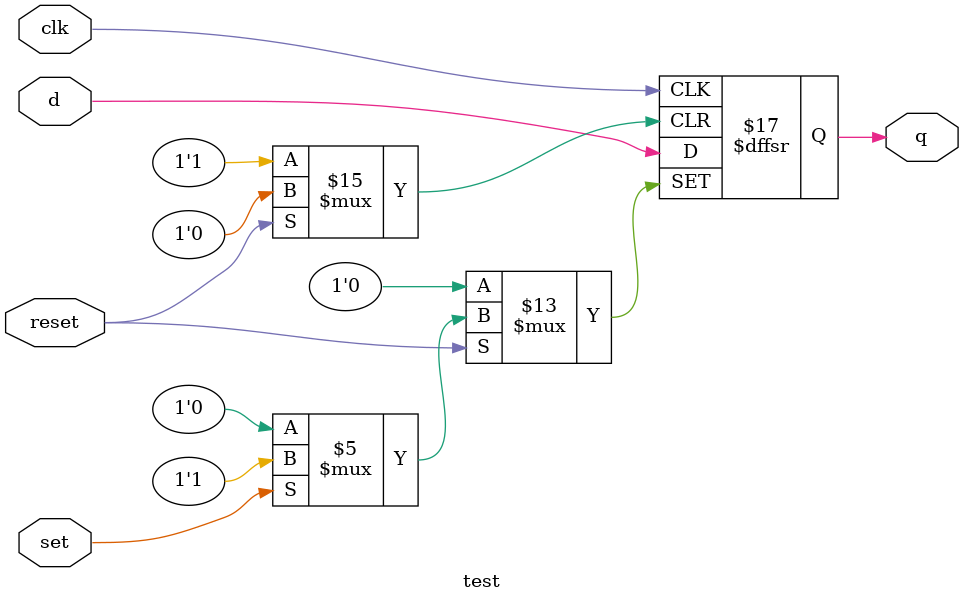
<source format=v>
module test(input d, clk, reset, set, output reg q);
always @(negedge clk or negedge reset or posedge set) 
    if(!reset)
	    q <= 0;
	else if(set)
	    q <= 1;
	else	
        q <= d;
endmodule	

</source>
